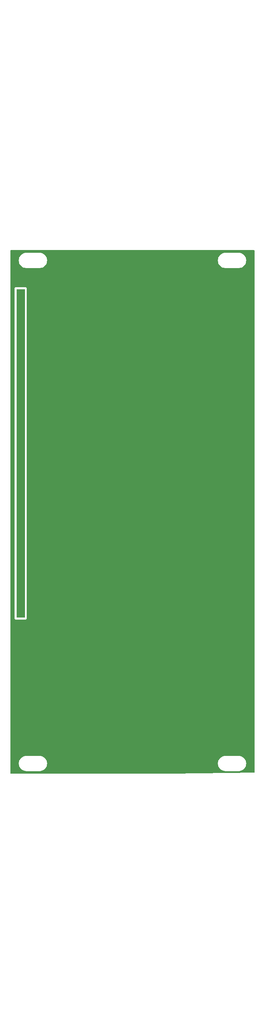
<source format=gbr>
%TF.GenerationSoftware,KiCad,Pcbnew,8.0.4*%
%TF.CreationDate,2024-09-27T18:27:05+01:00*%
%TF.ProjectId,EuroRackPanel-12HP-60mm,4575726f-5261-4636-9b50-616e656c2d31,rev?*%
%TF.SameCoordinates,Original*%
%TF.FileFunction,Copper,L2,Bot*%
%TF.FilePolarity,Positive*%
%FSLAX46Y46*%
G04 Gerber Fmt 4.6, Leading zero omitted, Abs format (unit mm)*
G04 Created by KiCad (PCBNEW 8.0.4) date 2024-09-27 18:27:05*
%MOMM*%
%LPD*%
G01*
G04 APERTURE LIST*
%TA.AperFunction,SMDPad,CuDef*%
%ADD10R,2.000000X80.000000*%
%TD*%
%TA.AperFunction,SMDPad,CuDef*%
%ADD11R,2.000000X110.000000*%
%TD*%
G04 APERTURE END LIST*
D10*
%TO.P,J1,1,Pin_1*%
%TO.N,VCC*%
X53000000Y-100000000D03*
%TD*%
D11*
%TO.P,J2,1,Pin_1*%
%TO.N,GND*%
X107600000Y-115000000D03*
%TD*%
%TA.AperFunction,Conductor*%
%TO.N,GND*%
G36*
X110042539Y-50520185D02*
G01*
X110088294Y-50572989D01*
X110099500Y-50624500D01*
X110099500Y-177623728D01*
X110079815Y-177690767D01*
X110027011Y-177736522D01*
X109977055Y-177747718D01*
X89904151Y-177999490D01*
X89902596Y-177999500D01*
X50624500Y-177999500D01*
X50557461Y-177979815D01*
X50511706Y-177927011D01*
X50500500Y-177875500D01*
X50500500Y-175378711D01*
X52549500Y-175378711D01*
X52549500Y-175621288D01*
X52581161Y-175861785D01*
X52643947Y-176096104D01*
X52736773Y-176320205D01*
X52736776Y-176320212D01*
X52858064Y-176530289D01*
X52858066Y-176530292D01*
X52858067Y-176530293D01*
X53005733Y-176722736D01*
X53005739Y-176722743D01*
X53177256Y-176894260D01*
X53177262Y-176894265D01*
X53369711Y-177041936D01*
X53579788Y-177163224D01*
X53803900Y-177256054D01*
X54038211Y-177318838D01*
X54218586Y-177342584D01*
X54278711Y-177350500D01*
X54278712Y-177350500D01*
X57721289Y-177350500D01*
X57769388Y-177344167D01*
X57961789Y-177318838D01*
X58196100Y-177256054D01*
X58420212Y-177163224D01*
X58630289Y-177041936D01*
X58822738Y-176894265D01*
X58994265Y-176722738D01*
X59141936Y-176530289D01*
X59263224Y-176320212D01*
X59356054Y-176096100D01*
X59418838Y-175861789D01*
X59450500Y-175621288D01*
X59450500Y-175378712D01*
X59450500Y-175378711D01*
X101149500Y-175378711D01*
X101149500Y-175621288D01*
X101181161Y-175861785D01*
X101243947Y-176096104D01*
X101336773Y-176320205D01*
X101336776Y-176320212D01*
X101458064Y-176530289D01*
X101458066Y-176530292D01*
X101458067Y-176530293D01*
X101605733Y-176722736D01*
X101605739Y-176722743D01*
X101777256Y-176894260D01*
X101777262Y-176894265D01*
X101969711Y-177041936D01*
X102179788Y-177163224D01*
X102403900Y-177256054D01*
X102638211Y-177318838D01*
X102818586Y-177342584D01*
X102878711Y-177350500D01*
X102878712Y-177350500D01*
X106321289Y-177350500D01*
X106369388Y-177344167D01*
X106561789Y-177318838D01*
X106796100Y-177256054D01*
X107020212Y-177163224D01*
X107230289Y-177041936D01*
X107422738Y-176894265D01*
X107594265Y-176722738D01*
X107741936Y-176530289D01*
X107863224Y-176320212D01*
X107956054Y-176096100D01*
X108018838Y-175861789D01*
X108050500Y-175621288D01*
X108050500Y-175378712D01*
X108018838Y-175138211D01*
X107956054Y-174903900D01*
X107863224Y-174679788D01*
X107741936Y-174469711D01*
X107594265Y-174277262D01*
X107594260Y-174277256D01*
X107422743Y-174105739D01*
X107422736Y-174105733D01*
X107230293Y-173958067D01*
X107230292Y-173958066D01*
X107230289Y-173958064D01*
X107020212Y-173836776D01*
X107020205Y-173836773D01*
X106796104Y-173743947D01*
X106561785Y-173681161D01*
X106321289Y-173649500D01*
X106321288Y-173649500D01*
X102878712Y-173649500D01*
X102878711Y-173649500D01*
X102638214Y-173681161D01*
X102403895Y-173743947D01*
X102179794Y-173836773D01*
X102179785Y-173836777D01*
X101969706Y-173958067D01*
X101777263Y-174105733D01*
X101777256Y-174105739D01*
X101605739Y-174277256D01*
X101605733Y-174277263D01*
X101458067Y-174469706D01*
X101336777Y-174679785D01*
X101336773Y-174679794D01*
X101243947Y-174903895D01*
X101181161Y-175138214D01*
X101149500Y-175378711D01*
X59450500Y-175378711D01*
X59418838Y-175138211D01*
X59356054Y-174903900D01*
X59263224Y-174679788D01*
X59141936Y-174469711D01*
X58994265Y-174277262D01*
X58994260Y-174277256D01*
X58822743Y-174105739D01*
X58822736Y-174105733D01*
X58630293Y-173958067D01*
X58630292Y-173958066D01*
X58630289Y-173958064D01*
X58420212Y-173836776D01*
X58420205Y-173836773D01*
X58196104Y-173743947D01*
X57961785Y-173681161D01*
X57721289Y-173649500D01*
X57721288Y-173649500D01*
X54278712Y-173649500D01*
X54278711Y-173649500D01*
X54038214Y-173681161D01*
X53803895Y-173743947D01*
X53579794Y-173836773D01*
X53579785Y-173836777D01*
X53369706Y-173958067D01*
X53177263Y-174105733D01*
X53177256Y-174105739D01*
X53005739Y-174277256D01*
X53005733Y-174277263D01*
X52858067Y-174469706D01*
X52736777Y-174679785D01*
X52736773Y-174679794D01*
X52643947Y-174903895D01*
X52581161Y-175138214D01*
X52549500Y-175378711D01*
X50500500Y-175378711D01*
X50500500Y-59952135D01*
X51499500Y-59952135D01*
X51499500Y-140047870D01*
X51499501Y-140047876D01*
X51505908Y-140107483D01*
X51556202Y-140242328D01*
X51556206Y-140242335D01*
X51642452Y-140357544D01*
X51642455Y-140357547D01*
X51757664Y-140443793D01*
X51757671Y-140443797D01*
X51892517Y-140494091D01*
X51892516Y-140494091D01*
X51899444Y-140494835D01*
X51952127Y-140500500D01*
X54047872Y-140500499D01*
X54107483Y-140494091D01*
X54242331Y-140443796D01*
X54357546Y-140357546D01*
X54443796Y-140242331D01*
X54494091Y-140107483D01*
X54500500Y-140047873D01*
X54500499Y-59952128D01*
X54494091Y-59892517D01*
X54443796Y-59757669D01*
X54443795Y-59757668D01*
X54443793Y-59757664D01*
X54357547Y-59642455D01*
X54357544Y-59642452D01*
X54242335Y-59556206D01*
X54242328Y-59556202D01*
X54107482Y-59505908D01*
X54107483Y-59505908D01*
X54047883Y-59499501D01*
X54047881Y-59499500D01*
X54047873Y-59499500D01*
X54047864Y-59499500D01*
X51952129Y-59499500D01*
X51952123Y-59499501D01*
X51892516Y-59505908D01*
X51757671Y-59556202D01*
X51757664Y-59556206D01*
X51642455Y-59642452D01*
X51642452Y-59642455D01*
X51556206Y-59757664D01*
X51556202Y-59757671D01*
X51505908Y-59892517D01*
X51499501Y-59952116D01*
X51499501Y-59952123D01*
X51499500Y-59952135D01*
X50500500Y-59952135D01*
X50500500Y-52878711D01*
X52549500Y-52878711D01*
X52549500Y-53121288D01*
X52581161Y-53361785D01*
X52643947Y-53596104D01*
X52736773Y-53820205D01*
X52736776Y-53820212D01*
X52858064Y-54030289D01*
X52858066Y-54030292D01*
X52858067Y-54030293D01*
X53005733Y-54222736D01*
X53005739Y-54222743D01*
X53177256Y-54394260D01*
X53177262Y-54394265D01*
X53369711Y-54541936D01*
X53579788Y-54663224D01*
X53803900Y-54756054D01*
X54038211Y-54818838D01*
X54218586Y-54842584D01*
X54278711Y-54850500D01*
X54278712Y-54850500D01*
X57721289Y-54850500D01*
X57769388Y-54844167D01*
X57961789Y-54818838D01*
X58196100Y-54756054D01*
X58420212Y-54663224D01*
X58630289Y-54541936D01*
X58822738Y-54394265D01*
X58994265Y-54222738D01*
X59141936Y-54030289D01*
X59263224Y-53820212D01*
X59356054Y-53596100D01*
X59418838Y-53361789D01*
X59450500Y-53121288D01*
X59450500Y-52878712D01*
X59450500Y-52878711D01*
X101149500Y-52878711D01*
X101149500Y-53121288D01*
X101181161Y-53361785D01*
X101243947Y-53596104D01*
X101336773Y-53820205D01*
X101336776Y-53820212D01*
X101458064Y-54030289D01*
X101458066Y-54030292D01*
X101458067Y-54030293D01*
X101605733Y-54222736D01*
X101605739Y-54222743D01*
X101777256Y-54394260D01*
X101777262Y-54394265D01*
X101969711Y-54541936D01*
X102179788Y-54663224D01*
X102403900Y-54756054D01*
X102638211Y-54818838D01*
X102818586Y-54842584D01*
X102878711Y-54850500D01*
X102878712Y-54850500D01*
X106321289Y-54850500D01*
X106369388Y-54844167D01*
X106561789Y-54818838D01*
X106796100Y-54756054D01*
X107020212Y-54663224D01*
X107230289Y-54541936D01*
X107422738Y-54394265D01*
X107594265Y-54222738D01*
X107741936Y-54030289D01*
X107863224Y-53820212D01*
X107956054Y-53596100D01*
X108018838Y-53361789D01*
X108050500Y-53121288D01*
X108050500Y-52878712D01*
X108018838Y-52638211D01*
X107956054Y-52403900D01*
X107863224Y-52179788D01*
X107741936Y-51969711D01*
X107594265Y-51777262D01*
X107594260Y-51777256D01*
X107422743Y-51605739D01*
X107422736Y-51605733D01*
X107230293Y-51458067D01*
X107230292Y-51458066D01*
X107230289Y-51458064D01*
X107020212Y-51336776D01*
X107020205Y-51336773D01*
X106796104Y-51243947D01*
X106561785Y-51181161D01*
X106321289Y-51149500D01*
X106321288Y-51149500D01*
X102878712Y-51149500D01*
X102878711Y-51149500D01*
X102638214Y-51181161D01*
X102403895Y-51243947D01*
X102179794Y-51336773D01*
X102179785Y-51336777D01*
X101969706Y-51458067D01*
X101777263Y-51605733D01*
X101777256Y-51605739D01*
X101605739Y-51777256D01*
X101605733Y-51777263D01*
X101458067Y-51969706D01*
X101336777Y-52179785D01*
X101336773Y-52179794D01*
X101243947Y-52403895D01*
X101181161Y-52638214D01*
X101149500Y-52878711D01*
X59450500Y-52878711D01*
X59418838Y-52638211D01*
X59356054Y-52403900D01*
X59263224Y-52179788D01*
X59141936Y-51969711D01*
X58994265Y-51777262D01*
X58994260Y-51777256D01*
X58822743Y-51605739D01*
X58822736Y-51605733D01*
X58630293Y-51458067D01*
X58630292Y-51458066D01*
X58630289Y-51458064D01*
X58420212Y-51336776D01*
X58420205Y-51336773D01*
X58196104Y-51243947D01*
X57961785Y-51181161D01*
X57721289Y-51149500D01*
X57721288Y-51149500D01*
X54278712Y-51149500D01*
X54278711Y-51149500D01*
X54038214Y-51181161D01*
X53803895Y-51243947D01*
X53579794Y-51336773D01*
X53579785Y-51336777D01*
X53369706Y-51458067D01*
X53177263Y-51605733D01*
X53177256Y-51605739D01*
X53005739Y-51777256D01*
X53005733Y-51777263D01*
X52858067Y-51969706D01*
X52736777Y-52179785D01*
X52736773Y-52179794D01*
X52643947Y-52403895D01*
X52581161Y-52638214D01*
X52549500Y-52878711D01*
X50500500Y-52878711D01*
X50500500Y-50624500D01*
X50520185Y-50557461D01*
X50572989Y-50511706D01*
X50624500Y-50500500D01*
X109975500Y-50500500D01*
X110042539Y-50520185D01*
G37*
%TD.AperFunction*%
%TD*%
M02*

</source>
